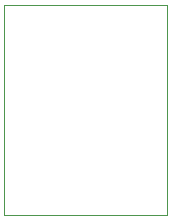
<source format=gbr>
%TF.GenerationSoftware,KiCad,Pcbnew,8.0.6*%
%TF.CreationDate,2025-02-01T11:22:55-03:00*%
%TF.ProjectId,breadboard-voltmeter-r00,62726561-6462-46f6-9172-642d766f6c74,rev?*%
%TF.SameCoordinates,Original*%
%TF.FileFunction,Profile,NP*%
%FSLAX46Y46*%
G04 Gerber Fmt 4.6, Leading zero omitted, Abs format (unit mm)*
G04 Created by KiCad (PCBNEW 8.0.6) date 2025-02-01 11:22:55*
%MOMM*%
%LPD*%
G01*
G04 APERTURE LIST*
%TA.AperFunction,Profile*%
%ADD10C,0.050000*%
%TD*%
G04 APERTURE END LIST*
D10*
X121000000Y-45100000D02*
X134800000Y-45100000D01*
X134800000Y-62900000D01*
X121000000Y-62900000D01*
X121000000Y-45100000D01*
M02*

</source>
